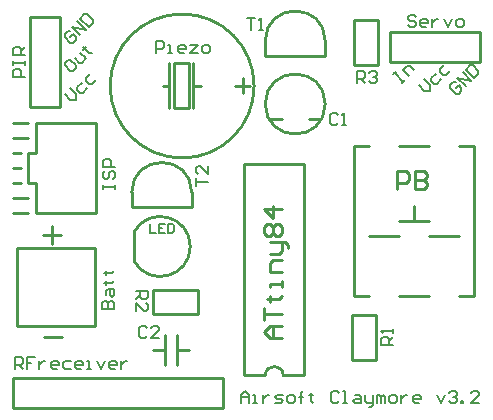
<source format=gto>
G04 Layer_Color=65535*
%FSLAX25Y25*%
%MOIN*%
G70*
G01*
G75*
%ADD12C,0.01000*%
%ADD25C,0.00600*%
%ADD26C,0.00500*%
D12*
X106500Y-11500D02*
G03*
X86500Y-11500I-10000J-0D01*
G01*
X106500Y-32500D02*
G03*
X106500Y-32500I-10000J0D01*
G01*
X92500Y-123000D02*
G03*
X86500Y-123000I-3000J0D01*
G01*
X42758Y-84856D02*
G03*
X42758Y-75144I8742J4856D01*
G01*
X82800Y-26500D02*
G03*
X82800Y-26500I-24000J0D01*
G01*
X62000Y-62000D02*
G03*
X42000Y-62000I-10000J-0D01*
G01*
X86500Y-16500D02*
X106500D01*
Y-11500D01*
X86500Y-16500D02*
Y-11500D01*
X101000Y-37500D02*
X105000D01*
X88000D02*
X92000D01*
X2500Y-134000D02*
X72500D01*
X2500Y-124000D02*
X72500D01*
Y-134000D02*
Y-124000D01*
X2500Y-134000D02*
Y-124000D01*
X124000Y-19500D02*
Y-4500D01*
X116000D02*
X124000D01*
X116000Y-19500D02*
Y-4500D01*
Y-19500D02*
X124000D01*
X92500Y-123000D02*
X99500D01*
Y-52500D01*
X79500Y-123000D02*
X86500D01*
X79500D02*
Y-52500D01*
X99500D01*
X64000Y-102500D02*
Y-94500D01*
X49000Y-102500D02*
X64000D01*
X49000D02*
Y-94500D01*
X64000D01*
X115500Y-103000D02*
X123500D01*
Y-118000D02*
Y-103000D01*
X115500Y-118000D02*
X123500D01*
X115500D02*
Y-103000D01*
X151000Y-46500D02*
X156000D01*
X116000D02*
X121000D01*
X131000D02*
X141000D01*
X116000Y-96500D02*
X121000D01*
X151000D02*
X156000D01*
Y-46500D01*
X131000Y-96500D02*
X141000D01*
X131000Y-71500D02*
X141000D01*
X136000D02*
Y-66500D01*
X141000Y-76500D02*
X151000D01*
X121000D02*
X131000D01*
X116000Y-96500D02*
Y-46500D01*
X2500Y-44000D02*
X7500D01*
X2500Y-49000D02*
X5000D01*
X2500Y-54000D02*
X5000D01*
X2500Y-59000D02*
X5000D01*
X2500Y-64000D02*
X7500D01*
X2500Y-39000D02*
X7500D01*
X2500Y-69000D02*
X7500D01*
X10000D02*
Y-59000D01*
X7500D02*
X10000D01*
X7500D02*
Y-49000D01*
X10000D01*
Y-39000D01*
X30000Y-69000D02*
Y-39000D01*
X10000D02*
X30000D01*
X10000Y-69000D02*
X30000D01*
X3800Y-106600D02*
X29800D01*
Y-80600D01*
X3800D02*
X29800D01*
X3800Y-106600D02*
Y-80600D01*
X12400Y-76200D02*
X18400D01*
X15400Y-79200D02*
Y-73200D01*
X12600Y-110300D02*
X18600D01*
X128000Y-8500D02*
X158000D01*
X128000Y-18500D02*
Y-8500D01*
Y-18500D02*
X158000D01*
Y-8500D01*
X8000Y-33500D02*
Y-3500D01*
X18000D01*
Y-33500D02*
Y-3500D01*
X8000Y-33500D02*
X18000D01*
X42758Y-84856D02*
Y-75144D01*
X57000Y-119500D02*
Y-109500D01*
X53000Y-119500D02*
Y-109500D01*
X49000Y-114500D02*
X53000D01*
X57000D02*
X61000D01*
Y-34000D02*
Y-19000D01*
X56000D02*
X61000D01*
X56000Y-34000D02*
Y-19000D01*
Y-34000D02*
X61000D01*
X62500D02*
Y-19000D01*
X54500Y-34000D02*
Y-19000D01*
X52500Y-26500D02*
X54500D01*
X62500D02*
X65000D01*
X76500D02*
X81500D01*
X79000Y-29000D02*
Y-24000D01*
X42000Y-67000D02*
Y-62000D01*
X62000Y-67000D02*
Y-62000D01*
X42000Y-67000D02*
X62000D01*
X92000Y-110500D02*
X88001D01*
X86002Y-108501D01*
X88001Y-106501D01*
X92000D01*
X89001D01*
Y-110500D01*
X86002Y-104502D02*
Y-100503D01*
Y-102503D01*
X92000D01*
X87002Y-97504D02*
X88001D01*
Y-98504D01*
Y-96504D01*
Y-97504D01*
X91000D01*
X92000Y-96504D01*
Y-93506D02*
Y-91506D01*
Y-92506D01*
X88001D01*
Y-93506D01*
X92000Y-88507D02*
X88001D01*
Y-85508D01*
X89001Y-84508D01*
X92000D01*
X88001Y-82509D02*
X91000D01*
X92000Y-81509D01*
Y-78510D01*
X93000D01*
X93999Y-79510D01*
Y-80510D01*
X92000Y-78510D02*
X88001D01*
X87002Y-76511D02*
X86002Y-75511D01*
Y-73512D01*
X87002Y-72512D01*
X88001D01*
X89001Y-73512D01*
X90001Y-72512D01*
X91000D01*
X92000Y-73512D01*
Y-75511D01*
X91000Y-76511D01*
X90001D01*
X89001Y-75511D01*
X88001Y-76511D01*
X87002D01*
X89001Y-75511D02*
Y-73512D01*
X92000Y-67514D02*
X86002D01*
X89001Y-70513D01*
Y-66514D01*
X130500Y-61000D02*
Y-55002D01*
X133499D01*
X134499Y-56002D01*
Y-58001D01*
X133499Y-59001D01*
X130500D01*
X136498Y-55002D02*
Y-61000D01*
X139497D01*
X140497Y-60000D01*
Y-59001D01*
X139497Y-58001D01*
X136498D01*
X139497D01*
X140497Y-57001D01*
Y-56002D01*
X139497Y-55002D01*
X136498D01*
D25*
X78548Y-132167D02*
Y-129501D01*
X79880Y-128168D01*
X81213Y-129501D01*
Y-132167D01*
Y-130168D01*
X78548D01*
X82546Y-132167D02*
X83879D01*
X83213D01*
Y-129501D01*
X82546D01*
X85879D02*
Y-132167D01*
Y-130834D01*
X86545Y-130168D01*
X87212Y-129501D01*
X87878D01*
X89877Y-132167D02*
X91877D01*
X92543Y-131501D01*
X91877Y-130834D01*
X90544D01*
X89877Y-130168D01*
X90544Y-129501D01*
X92543D01*
X94542Y-132167D02*
X95875D01*
X96542Y-131501D01*
Y-130168D01*
X95875Y-129501D01*
X94542D01*
X93876Y-130168D01*
Y-131501D01*
X94542Y-132167D01*
X98541D02*
Y-128835D01*
Y-130168D01*
X97875D01*
X99208D01*
X98541D01*
Y-128835D01*
X99208Y-128168D01*
X101874Y-128835D02*
Y-129501D01*
X101207D01*
X102540D01*
X101874D01*
Y-131501D01*
X102540Y-132167D01*
X111204Y-128835D02*
X110537Y-128168D01*
X109204D01*
X108538Y-128835D01*
Y-131501D01*
X109204Y-132167D01*
X110537D01*
X111204Y-131501D01*
X112537Y-132167D02*
X113870D01*
X113203D01*
Y-128168D01*
X112537D01*
X116535Y-129501D02*
X117868D01*
X118535Y-130168D01*
Y-132167D01*
X116535D01*
X115869Y-131501D01*
X116535Y-130834D01*
X118535D01*
X119868Y-129501D02*
Y-131501D01*
X120534Y-132167D01*
X122533D01*
Y-132834D01*
X121867Y-133500D01*
X121201D01*
X122533Y-132167D02*
Y-129501D01*
X123866Y-132167D02*
Y-129501D01*
X124533D01*
X125199Y-130168D01*
Y-132167D01*
Y-130168D01*
X125866Y-129501D01*
X126532Y-130168D01*
Y-132167D01*
X128532D02*
X129864D01*
X130531Y-131501D01*
Y-130168D01*
X129864Y-129501D01*
X128532D01*
X127865Y-130168D01*
Y-131501D01*
X128532Y-132167D01*
X131864Y-129501D02*
Y-132167D01*
Y-130834D01*
X132530Y-130168D01*
X133197Y-129501D01*
X133863D01*
X137862Y-132167D02*
X136529D01*
X135863Y-131501D01*
Y-130168D01*
X136529Y-129501D01*
X137862D01*
X138528Y-130168D01*
Y-130834D01*
X135863D01*
X143860Y-129501D02*
X145193Y-132167D01*
X146526Y-129501D01*
X147859Y-128835D02*
X148525Y-128168D01*
X149858D01*
X150524Y-128835D01*
Y-129501D01*
X149858Y-130168D01*
X149191D01*
X149858D01*
X150524Y-130834D01*
Y-131501D01*
X149858Y-132167D01*
X148525D01*
X147859Y-131501D01*
X151857Y-132167D02*
Y-131501D01*
X152524D01*
Y-132167D01*
X151857D01*
X157855D02*
X155190D01*
X157855Y-129501D01*
Y-128835D01*
X157189Y-128168D01*
X155856D01*
X155190Y-128835D01*
X80500Y-4001D02*
X83166D01*
X81833D01*
Y-8000D01*
X84499D02*
X85832D01*
X85165D01*
Y-4001D01*
X84499Y-4668D01*
X117000Y-25500D02*
Y-21501D01*
X118999D01*
X119666Y-22168D01*
Y-23501D01*
X118999Y-24167D01*
X117000D01*
X118333D02*
X119666Y-25500D01*
X120999Y-22168D02*
X121665Y-21501D01*
X122998D01*
X123664Y-22168D01*
Y-22834D01*
X122998Y-23501D01*
X122332D01*
X122998D01*
X123664Y-24167D01*
Y-24834D01*
X122998Y-25500D01*
X121665D01*
X120999Y-24834D01*
X32001Y-101000D02*
X36000D01*
Y-99001D01*
X35334Y-98334D01*
X34667D01*
X34001Y-99001D01*
Y-101000D01*
Y-99001D01*
X33334Y-98334D01*
X32668D01*
X32001Y-99001D01*
Y-101000D01*
X33334Y-96335D02*
Y-95002D01*
X34001Y-94336D01*
X36000D01*
Y-96335D01*
X35334Y-97001D01*
X34667Y-96335D01*
Y-94336D01*
X32668Y-92336D02*
X33334D01*
Y-93003D01*
Y-91670D01*
Y-92336D01*
X35334D01*
X36000Y-91670D01*
X32668Y-89004D02*
X33334D01*
Y-89670D01*
Y-88337D01*
Y-89004D01*
X35334D01*
X36000Y-88337D01*
X50000Y-15500D02*
Y-11501D01*
X51999D01*
X52666Y-12168D01*
Y-13501D01*
X51999Y-14167D01*
X50000D01*
X53999Y-15500D02*
X55332D01*
X54665D01*
Y-12834D01*
X53999D01*
X59330Y-15500D02*
X57997D01*
X57331Y-14833D01*
Y-13501D01*
X57997Y-12834D01*
X59330D01*
X59997Y-13501D01*
Y-14167D01*
X57331D01*
X61330Y-12834D02*
X63995D01*
X61330Y-15500D01*
X63995D01*
X65995D02*
X67328D01*
X67994Y-14833D01*
Y-13501D01*
X67328Y-12834D01*
X65995D01*
X65328Y-13501D01*
Y-14833D01*
X65995Y-15500D01*
X110666Y-36168D02*
X109999Y-35501D01*
X108667D01*
X108000Y-36168D01*
Y-38834D01*
X108667Y-39500D01*
X109999D01*
X110666Y-38834D01*
X111999Y-39500D02*
X113332D01*
X112665D01*
Y-35501D01*
X111999Y-36168D01*
X32501Y-61000D02*
Y-59667D01*
Y-60334D01*
X36500D01*
Y-61000D01*
Y-59667D01*
X33168Y-55002D02*
X32501Y-55668D01*
Y-57001D01*
X33168Y-57668D01*
X33834D01*
X34501Y-57001D01*
Y-55668D01*
X35167Y-55002D01*
X35834D01*
X36500Y-55668D01*
Y-57001D01*
X35834Y-57668D01*
X36500Y-53669D02*
X32501D01*
Y-51670D01*
X33168Y-51003D01*
X34501D01*
X35167Y-51670D01*
Y-53669D01*
X129000Y-113000D02*
X125001D01*
Y-111001D01*
X125668Y-110334D01*
X127001D01*
X127667Y-111001D01*
Y-113000D01*
Y-111667D02*
X129000Y-110334D01*
Y-109001D02*
Y-107668D01*
Y-108335D01*
X125001D01*
X125668Y-109001D01*
X43500Y-95000D02*
X47499D01*
Y-96999D01*
X46832Y-97666D01*
X45499D01*
X44833Y-96999D01*
Y-95000D01*
Y-96333D02*
X43500Y-97666D01*
Y-101664D02*
Y-98999D01*
X46166Y-101664D01*
X46832D01*
X47499Y-100998D01*
Y-99665D01*
X46832Y-98999D01*
X3000Y-121000D02*
Y-117001D01*
X4999D01*
X5666Y-117668D01*
Y-119001D01*
X4999Y-119667D01*
X3000D01*
X4333D02*
X5666Y-121000D01*
X9664Y-117001D02*
X6999D01*
Y-119001D01*
X8332D01*
X6999D01*
Y-121000D01*
X10997Y-118334D02*
Y-121000D01*
Y-119667D01*
X11664Y-119001D01*
X12330Y-118334D01*
X12997D01*
X16996Y-121000D02*
X15663D01*
X14996Y-120334D01*
Y-119001D01*
X15663Y-118334D01*
X16996D01*
X17662Y-119001D01*
Y-119667D01*
X14996D01*
X21661Y-118334D02*
X19661D01*
X18995Y-119001D01*
Y-120334D01*
X19661Y-121000D01*
X21661D01*
X24993D02*
X23660D01*
X22994Y-120334D01*
Y-119001D01*
X23660Y-118334D01*
X24993D01*
X25659Y-119001D01*
Y-119667D01*
X22994D01*
X26992Y-121000D02*
X28325D01*
X27659D01*
Y-118334D01*
X26992D01*
X30325D02*
X31657Y-121000D01*
X32990Y-118334D01*
X36323Y-121000D02*
X34990D01*
X34323Y-120334D01*
Y-119001D01*
X34990Y-118334D01*
X36323D01*
X36989Y-119001D01*
Y-119667D01*
X34323D01*
X38322Y-118334D02*
Y-121000D01*
Y-119667D01*
X38988Y-119001D01*
X39655Y-118334D01*
X40321D01*
X63501Y-60000D02*
Y-57334D01*
Y-58667D01*
X67500D01*
Y-53335D02*
Y-56001D01*
X64834Y-53335D01*
X64168D01*
X63501Y-54002D01*
Y-55335D01*
X64168Y-56001D01*
X47166Y-107168D02*
X46499Y-106501D01*
X45166D01*
X44500Y-107168D01*
Y-109834D01*
X45166Y-110500D01*
X46499D01*
X47166Y-109834D01*
X51165Y-110500D02*
X48499D01*
X51165Y-107834D01*
Y-107168D01*
X50498Y-106501D01*
X49165D01*
X48499Y-107168D01*
X137672Y-26173D02*
X139558Y-28058D01*
X141443D01*
Y-26173D01*
X139558Y-24287D01*
X143327Y-22402D02*
X141914Y-23816D01*
Y-24759D01*
X142856Y-25701D01*
X143799D01*
X145212Y-24287D01*
X146155Y-19575D02*
X144741Y-20989D01*
Y-21931D01*
X145684Y-22874D01*
X146626D01*
X148040Y-21460D01*
X129173Y-22672D02*
X130115Y-21730D01*
X129644Y-22201D01*
X132471Y-25029D01*
X132000Y-25500D01*
X132942Y-24557D01*
X134356Y-23144D02*
X132471Y-21259D01*
X133885Y-19845D01*
X134827D01*
X136241Y-21259D01*
X150029Y-25259D02*
X149086D01*
X148144Y-26201D01*
Y-27144D01*
X150029Y-29029D01*
X150971D01*
X151914Y-28086D01*
Y-27144D01*
X150971Y-26201D01*
X150029Y-27144D01*
X153328Y-26673D02*
X150500Y-23845D01*
X155212Y-24788D01*
X152385Y-21960D01*
X153328Y-21017D02*
X156155Y-23845D01*
X157569Y-22431D01*
Y-21489D01*
X155684Y-19604D01*
X154741D01*
X153328Y-21017D01*
X136666Y-3668D02*
X135999Y-3001D01*
X134667D01*
X134000Y-3668D01*
Y-4334D01*
X134667Y-5001D01*
X135999D01*
X136666Y-5667D01*
Y-6334D01*
X135999Y-7000D01*
X134667D01*
X134000Y-6334D01*
X139998Y-7000D02*
X138665D01*
X137999Y-6334D01*
Y-5001D01*
X138665Y-4334D01*
X139998D01*
X140665Y-5001D01*
Y-5667D01*
X137999D01*
X141997Y-4334D02*
Y-7000D01*
Y-5667D01*
X142664Y-5001D01*
X143330Y-4334D01*
X143997D01*
X145996D02*
X147329Y-7000D01*
X148662Y-4334D01*
X150661Y-7000D02*
X151994D01*
X152661Y-6334D01*
Y-5001D01*
X151994Y-4334D01*
X150661D01*
X149995Y-5001D01*
Y-6334D01*
X150661Y-7000D01*
X19672Y-29173D02*
X21557Y-31058D01*
X23442D01*
Y-29173D01*
X21557Y-27288D01*
X25328Y-25403D02*
X23914Y-26816D01*
Y-27759D01*
X24856Y-28701D01*
X25799D01*
X27213Y-27288D01*
X28155Y-22575D02*
X26741Y-23989D01*
Y-24931D01*
X27684Y-25874D01*
X28626D01*
X30040Y-24460D01*
X20586Y-17759D02*
X19644Y-18701D01*
Y-19644D01*
X21529Y-21529D01*
X22471D01*
X23414Y-20586D01*
Y-19644D01*
X21529Y-17759D01*
X20586D01*
X22942Y-17288D02*
X24356Y-18701D01*
X25299D01*
X26713Y-17288D01*
X24827Y-15403D01*
X25770Y-13518D02*
X26241Y-13989D01*
X25770Y-14460D01*
X26713Y-13518D01*
X26241Y-13989D01*
X27655Y-15403D01*
X28598D01*
X21529Y-8259D02*
X20586D01*
X19644Y-9201D01*
Y-10144D01*
X21529Y-12029D01*
X22471D01*
X23414Y-11086D01*
Y-10144D01*
X22471Y-9201D01*
X21529Y-10144D01*
X24827Y-9673D02*
X22000Y-6845D01*
X26713Y-7788D01*
X23885Y-4960D01*
X24827Y-4017D02*
X27655Y-6845D01*
X29069Y-5431D01*
Y-4489D01*
X27184Y-2604D01*
X26241D01*
X24827Y-4017D01*
X6500Y-23500D02*
X2501D01*
Y-21501D01*
X3168Y-20834D01*
X4501D01*
X5167Y-21501D01*
Y-23500D01*
X2501Y-19501D02*
Y-18168D01*
Y-18835D01*
X6500D01*
Y-19501D01*
Y-18168D01*
Y-16169D02*
X2501D01*
Y-14170D01*
X3168Y-13503D01*
X4501D01*
X5167Y-14170D01*
Y-16169D01*
Y-14836D02*
X6500Y-13503D01*
D26*
X48000Y-72501D02*
Y-75500D01*
X49999D01*
X52998Y-72501D02*
X50999D01*
Y-75500D01*
X52998D01*
X50999Y-74001D02*
X51999D01*
X53998Y-72501D02*
Y-75500D01*
X55498D01*
X55997Y-75000D01*
Y-73001D01*
X55498Y-72501D01*
X53998D01*
M02*

</source>
